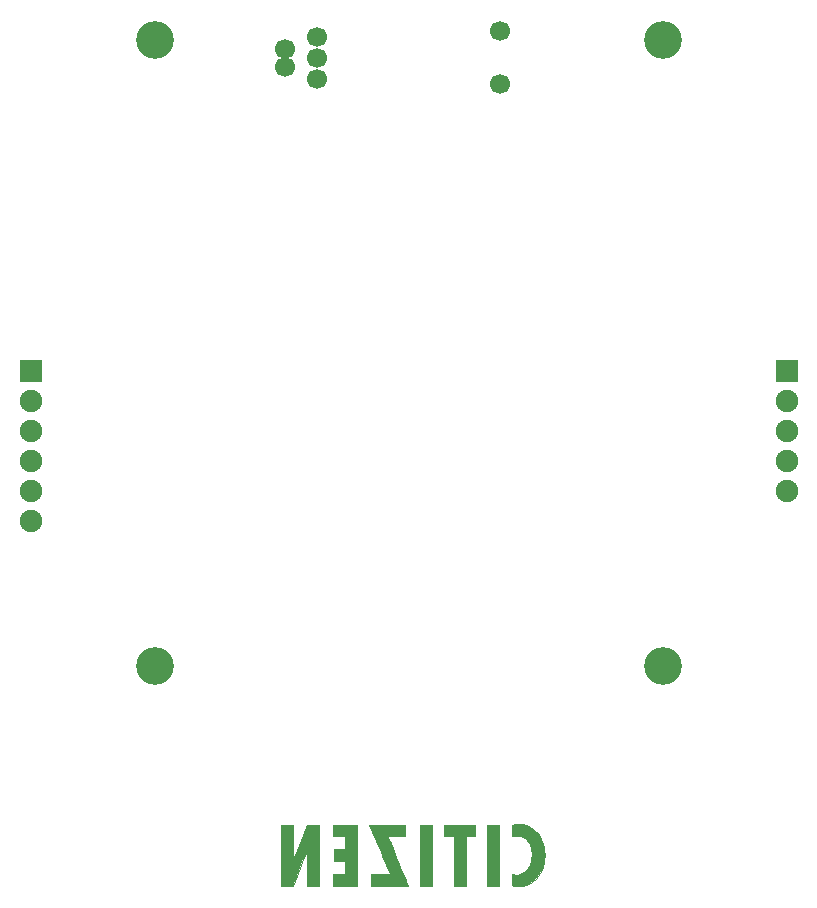
<source format=gbs>
G04 #@! TF.GenerationSoftware,KiCad,Pcbnew,(2017-07-14 revision d3b382c28)-master*
G04 #@! TF.CreationDate,2017-08-01T03:09:18-04:00*
G04 #@! TF.ProjectId,MAGLabs-2017-Swadges,4D41474C6162732D323031372D537761,rev?*
G04 #@! TF.SameCoordinates,Original
G04 #@! TF.FileFunction,Soldermask,Bot*
G04 #@! TF.FilePolarity,Negative*
%FSLAX46Y46*%
G04 Gerber Fmt 4.6, Leading zero omitted, Abs format (unit mm)*
G04 Created by KiCad (PCBNEW (2017-07-14 revision d3b382c28)-master) date Tue Aug  1 03:09:18 2017*
%MOMM*%
%LPD*%
G01*
G04 APERTURE LIST*
%ADD10C,0.010000*%
%ADD11C,1.700000*%
%ADD12O,1.900000X1.900000*%
%ADD13R,1.900000X1.900000*%
%ADD14C,3.200000*%
G04 APERTURE END LIST*
D10*
G36*
X127910258Y-116422568D02*
X127419349Y-116428250D01*
X126794725Y-117956787D01*
X126696216Y-118197551D01*
X126602309Y-118426477D01*
X126514231Y-118640610D01*
X126433209Y-118836998D01*
X126360470Y-119012685D01*
X126297238Y-119164717D01*
X126244742Y-119290142D01*
X126204206Y-119386003D01*
X126176859Y-119449349D01*
X126163925Y-119477223D01*
X126163069Y-119478291D01*
X126163109Y-119455518D01*
X126170341Y-119403510D01*
X126180660Y-119346754D01*
X126186654Y-119295405D01*
X126192132Y-119204373D01*
X126197100Y-119073277D01*
X126201569Y-118901736D01*
X126205545Y-118689369D01*
X126209037Y-118435796D01*
X126212055Y-118140636D01*
X126214498Y-117819958D01*
X126223712Y-116417667D01*
X125205000Y-116417667D01*
X125205000Y-121603500D01*
X125686541Y-121603069D01*
X126168083Y-121602638D01*
X126792382Y-120055954D01*
X126890504Y-119813120D01*
X126984168Y-119581825D01*
X127072156Y-119365048D01*
X127153249Y-119165769D01*
X127226226Y-118986968D01*
X127289869Y-118831626D01*
X127342959Y-118702722D01*
X127384277Y-118603237D01*
X127412603Y-118536151D01*
X127426718Y-118504443D01*
X127428011Y-118502267D01*
X127430376Y-118519271D01*
X127428760Y-118570755D01*
X127423582Y-118649097D01*
X127415260Y-118746674D01*
X127413670Y-118763507D01*
X127407180Y-118856600D01*
X127401532Y-118990760D01*
X127396750Y-119164731D01*
X127392854Y-119377255D01*
X127389867Y-119627074D01*
X127387810Y-119912930D01*
X127386705Y-120233567D01*
X127386582Y-120317625D01*
X127385166Y-121603500D01*
X128401166Y-121603500D01*
X128401166Y-116416886D01*
X127910258Y-116422568D01*
X127910258Y-116422568D01*
G37*
X127910258Y-116422568D02*
X127419349Y-116428250D01*
X126794725Y-117956787D01*
X126696216Y-118197551D01*
X126602309Y-118426477D01*
X126514231Y-118640610D01*
X126433209Y-118836998D01*
X126360470Y-119012685D01*
X126297238Y-119164717D01*
X126244742Y-119290142D01*
X126204206Y-119386003D01*
X126176859Y-119449349D01*
X126163925Y-119477223D01*
X126163069Y-119478291D01*
X126163109Y-119455518D01*
X126170341Y-119403510D01*
X126180660Y-119346754D01*
X126186654Y-119295405D01*
X126192132Y-119204373D01*
X126197100Y-119073277D01*
X126201569Y-118901736D01*
X126205545Y-118689369D01*
X126209037Y-118435796D01*
X126212055Y-118140636D01*
X126214498Y-117819958D01*
X126223712Y-116417667D01*
X125205000Y-116417667D01*
X125205000Y-121603500D01*
X125686541Y-121603069D01*
X126168083Y-121602638D01*
X126792382Y-120055954D01*
X126890504Y-119813120D01*
X126984168Y-119581825D01*
X127072156Y-119365048D01*
X127153249Y-119165769D01*
X127226226Y-118986968D01*
X127289869Y-118831626D01*
X127342959Y-118702722D01*
X127384277Y-118603237D01*
X127412603Y-118536151D01*
X127426718Y-118504443D01*
X127428011Y-118502267D01*
X127430376Y-118519271D01*
X127428760Y-118570755D01*
X127423582Y-118649097D01*
X127415260Y-118746674D01*
X127413670Y-118763507D01*
X127407180Y-118856600D01*
X127401532Y-118990760D01*
X127396750Y-119164731D01*
X127392854Y-119377255D01*
X127389867Y-119627074D01*
X127387810Y-119912930D01*
X127386705Y-120233567D01*
X127386582Y-120317625D01*
X127385166Y-121603500D01*
X128401166Y-121603500D01*
X128401166Y-116416886D01*
X127910258Y-116422568D01*
G36*
X129586500Y-117370167D02*
X130623666Y-117370167D01*
X130623666Y-118513167D01*
X129713500Y-118513167D01*
X129713500Y-119465667D01*
X130623666Y-119465667D01*
X130623666Y-120629833D01*
X129586500Y-120629833D01*
X129586500Y-121603500D01*
X131639666Y-121603500D01*
X131639666Y-116417667D01*
X129586500Y-116417667D01*
X129586500Y-117370167D01*
X129586500Y-117370167D01*
G37*
X129586500Y-117370167D02*
X130623666Y-117370167D01*
X130623666Y-118513167D01*
X129713500Y-118513167D01*
X129713500Y-119465667D01*
X130623666Y-119465667D01*
X130623666Y-120629833D01*
X129586500Y-120629833D01*
X129586500Y-121603500D01*
X131639666Y-121603500D01*
X131639666Y-116417667D01*
X129586500Y-116417667D01*
X129586500Y-117370167D01*
G36*
X132879888Y-116941541D02*
X132923920Y-117046323D01*
X132982530Y-117185787D01*
X133053892Y-117355591D01*
X133136180Y-117551391D01*
X133227568Y-117768843D01*
X133326232Y-118003604D01*
X133430345Y-118251330D01*
X133538083Y-118507678D01*
X133647619Y-118768304D01*
X133757129Y-119028865D01*
X133762790Y-119042333D01*
X134425549Y-120619250D01*
X132803833Y-120630330D01*
X132803833Y-121603500D01*
X134359583Y-121603500D01*
X134695241Y-121603232D01*
X134989056Y-121602423D01*
X135241515Y-121601066D01*
X135453105Y-121599154D01*
X135624313Y-121596681D01*
X135755626Y-121593640D01*
X135847531Y-121590023D01*
X135900516Y-121585825D01*
X135915333Y-121581636D01*
X135907483Y-121559458D01*
X135884629Y-121500693D01*
X135847817Y-121407926D01*
X135798093Y-121283745D01*
X135736504Y-121130734D01*
X135664095Y-120951479D01*
X135581912Y-120748568D01*
X135491002Y-120524584D01*
X135392409Y-120282116D01*
X135287180Y-120023747D01*
X135176361Y-119752065D01*
X135068666Y-119488413D01*
X134953561Y-119206591D01*
X134843069Y-118935640D01*
X134738236Y-118678149D01*
X134640108Y-118436705D01*
X134549733Y-118213897D01*
X134468155Y-118012313D01*
X134396422Y-117834543D01*
X134335579Y-117683174D01*
X134286673Y-117560795D01*
X134250749Y-117469994D01*
X134228855Y-117413360D01*
X134222000Y-117393610D01*
X134236671Y-117386768D01*
X134282048Y-117381200D01*
X134360176Y-117376842D01*
X134473102Y-117373629D01*
X134622870Y-117371496D01*
X134811528Y-117370379D01*
X134962833Y-117370167D01*
X135703666Y-117370167D01*
X135703666Y-116417667D01*
X134181705Y-116417666D01*
X132659744Y-116417666D01*
X132879888Y-116941541D01*
X132879888Y-116941541D01*
G37*
X132879888Y-116941541D02*
X132923920Y-117046323D01*
X132982530Y-117185787D01*
X133053892Y-117355591D01*
X133136180Y-117551391D01*
X133227568Y-117768843D01*
X133326232Y-118003604D01*
X133430345Y-118251330D01*
X133538083Y-118507678D01*
X133647619Y-118768304D01*
X133757129Y-119028865D01*
X133762790Y-119042333D01*
X134425549Y-120619250D01*
X132803833Y-120630330D01*
X132803833Y-121603500D01*
X134359583Y-121603500D01*
X134695241Y-121603232D01*
X134989056Y-121602423D01*
X135241515Y-121601066D01*
X135453105Y-121599154D01*
X135624313Y-121596681D01*
X135755626Y-121593640D01*
X135847531Y-121590023D01*
X135900516Y-121585825D01*
X135915333Y-121581636D01*
X135907483Y-121559458D01*
X135884629Y-121500693D01*
X135847817Y-121407926D01*
X135798093Y-121283745D01*
X135736504Y-121130734D01*
X135664095Y-120951479D01*
X135581912Y-120748568D01*
X135491002Y-120524584D01*
X135392409Y-120282116D01*
X135287180Y-120023747D01*
X135176361Y-119752065D01*
X135068666Y-119488413D01*
X134953561Y-119206591D01*
X134843069Y-118935640D01*
X134738236Y-118678149D01*
X134640108Y-118436705D01*
X134549733Y-118213897D01*
X134468155Y-118012313D01*
X134396422Y-117834543D01*
X134335579Y-117683174D01*
X134286673Y-117560795D01*
X134250749Y-117469994D01*
X134228855Y-117413360D01*
X134222000Y-117393610D01*
X134236671Y-117386768D01*
X134282048Y-117381200D01*
X134360176Y-117376842D01*
X134473102Y-117373629D01*
X134622870Y-117371496D01*
X134811528Y-117370379D01*
X134962833Y-117370167D01*
X135703666Y-117370167D01*
X135703666Y-116417667D01*
X134181705Y-116417666D01*
X132659744Y-116417666D01*
X132879888Y-116941541D01*
G36*
X136952500Y-121603500D02*
X137989666Y-121603500D01*
X137989666Y-116417667D01*
X136952500Y-116417667D01*
X136952500Y-121603500D01*
X136952500Y-121603500D01*
G37*
X136952500Y-121603500D02*
X137989666Y-121603500D01*
X137989666Y-116417667D01*
X136952500Y-116417667D01*
X136952500Y-121603500D01*
G36*
X139005666Y-117369232D02*
X139799416Y-117380750D01*
X139810204Y-121603500D01*
X140825795Y-121603500D01*
X140836583Y-117380750D01*
X141630333Y-117369232D01*
X141630333Y-116417667D01*
X139005666Y-116417667D01*
X139005666Y-117369232D01*
X139005666Y-117369232D01*
G37*
X139005666Y-117369232D02*
X139799416Y-117380750D01*
X139810204Y-121603500D01*
X140825795Y-121603500D01*
X140836583Y-117380750D01*
X141630333Y-117369232D01*
X141630333Y-116417667D01*
X139005666Y-116417667D01*
X139005666Y-117369232D01*
G36*
X142646333Y-121603500D02*
X143683500Y-121603500D01*
X143683500Y-116417667D01*
X142646333Y-116417667D01*
X142646333Y-121603500D01*
X142646333Y-121603500D01*
G37*
X142646333Y-121603500D02*
X143683500Y-121603500D01*
X143683500Y-116417667D01*
X142646333Y-116417667D01*
X142646333Y-121603500D01*
G36*
X145136080Y-116363884D02*
X144883926Y-116406679D01*
X144831791Y-116420028D01*
X144741833Y-116444335D01*
X144741833Y-116917834D01*
X144742509Y-117054261D01*
X144744403Y-117175256D01*
X144747315Y-117274835D01*
X144751043Y-117347016D01*
X144755387Y-117385815D01*
X144757708Y-117390828D01*
X144786689Y-117385801D01*
X144839575Y-117373877D01*
X144858250Y-117369327D01*
X144950295Y-117355117D01*
X145068533Y-117348912D01*
X145197644Y-117350420D01*
X145322309Y-117359347D01*
X145427208Y-117375399D01*
X145449192Y-117380660D01*
X145645426Y-117454092D01*
X145826255Y-117564833D01*
X145988180Y-117709566D01*
X146127704Y-117884973D01*
X146241328Y-118087740D01*
X146273230Y-118161803D01*
X146301901Y-118244258D01*
X146332961Y-118350883D01*
X146361485Y-118464152D01*
X146373064Y-118516873D01*
X146392465Y-118619227D01*
X146404606Y-118709744D01*
X146410411Y-118802317D01*
X146410808Y-118910837D01*
X146407373Y-119031750D01*
X146381603Y-119326628D01*
X146326154Y-119594518D01*
X146239717Y-119839852D01*
X146120987Y-120067060D01*
X146085879Y-120121890D01*
X145949463Y-120294954D01*
X145792784Y-120437331D01*
X145620338Y-120546913D01*
X145436618Y-120621593D01*
X145246120Y-120659262D01*
X145053338Y-120657813D01*
X144971033Y-120644674D01*
X144890042Y-120626960D01*
X144821931Y-120610397D01*
X144780420Y-120598339D01*
X144778479Y-120597598D01*
X144766614Y-120595081D01*
X144757657Y-120601481D01*
X144751287Y-120621654D01*
X144747182Y-120660458D01*
X144745020Y-120722751D01*
X144744481Y-120813391D01*
X144745242Y-120937235D01*
X144746729Y-121077208D01*
X144752416Y-121571750D01*
X144890000Y-121607347D01*
X145008028Y-121628353D01*
X145153705Y-121639727D01*
X145313431Y-121641371D01*
X145473608Y-121633187D01*
X145620639Y-121615076D01*
X145634026Y-121612727D01*
X145910847Y-121541494D01*
X146178024Y-121430859D01*
X146429557Y-121283596D01*
X146567563Y-121181162D01*
X146778977Y-120983947D01*
X146965740Y-120755878D01*
X147126782Y-120501262D01*
X147261030Y-120224406D01*
X147367412Y-119929616D01*
X147444857Y-119621199D01*
X147492293Y-119303460D01*
X147508647Y-118980707D01*
X147492849Y-118657245D01*
X147443825Y-118337381D01*
X147360505Y-118025422D01*
X147356236Y-118012547D01*
X147234554Y-117704056D01*
X147085553Y-117422560D01*
X146911035Y-117169998D01*
X146712801Y-116948313D01*
X146492654Y-116759444D01*
X146252392Y-116605332D01*
X145993819Y-116487919D01*
X145916583Y-116461305D01*
X145646287Y-116390964D01*
X145388160Y-116358567D01*
X145136080Y-116363884D01*
X145136080Y-116363884D01*
G37*
X145136080Y-116363884D02*
X144883926Y-116406679D01*
X144831791Y-116420028D01*
X144741833Y-116444335D01*
X144741833Y-116917834D01*
X144742509Y-117054261D01*
X144744403Y-117175256D01*
X144747315Y-117274835D01*
X144751043Y-117347016D01*
X144755387Y-117385815D01*
X144757708Y-117390828D01*
X144786689Y-117385801D01*
X144839575Y-117373877D01*
X144858250Y-117369327D01*
X144950295Y-117355117D01*
X145068533Y-117348912D01*
X145197644Y-117350420D01*
X145322309Y-117359347D01*
X145427208Y-117375399D01*
X145449192Y-117380660D01*
X145645426Y-117454092D01*
X145826255Y-117564833D01*
X145988180Y-117709566D01*
X146127704Y-117884973D01*
X146241328Y-118087740D01*
X146273230Y-118161803D01*
X146301901Y-118244258D01*
X146332961Y-118350883D01*
X146361485Y-118464152D01*
X146373064Y-118516873D01*
X146392465Y-118619227D01*
X146404606Y-118709744D01*
X146410411Y-118802317D01*
X146410808Y-118910837D01*
X146407373Y-119031750D01*
X146381603Y-119326628D01*
X146326154Y-119594518D01*
X146239717Y-119839852D01*
X146120987Y-120067060D01*
X146085879Y-120121890D01*
X145949463Y-120294954D01*
X145792784Y-120437331D01*
X145620338Y-120546913D01*
X145436618Y-120621593D01*
X145246120Y-120659262D01*
X145053338Y-120657813D01*
X144971033Y-120644674D01*
X144890042Y-120626960D01*
X144821931Y-120610397D01*
X144780420Y-120598339D01*
X144778479Y-120597598D01*
X144766614Y-120595081D01*
X144757657Y-120601481D01*
X144751287Y-120621654D01*
X144747182Y-120660458D01*
X144745020Y-120722751D01*
X144744481Y-120813391D01*
X144745242Y-120937235D01*
X144746729Y-121077208D01*
X144752416Y-121571750D01*
X144890000Y-121607347D01*
X145008028Y-121628353D01*
X145153705Y-121639727D01*
X145313431Y-121641371D01*
X145473608Y-121633187D01*
X145620639Y-121615076D01*
X145634026Y-121612727D01*
X145910847Y-121541494D01*
X146178024Y-121430859D01*
X146429557Y-121283596D01*
X146567563Y-121181162D01*
X146778977Y-120983947D01*
X146965740Y-120755878D01*
X147126782Y-120501262D01*
X147261030Y-120224406D01*
X147367412Y-119929616D01*
X147444857Y-119621199D01*
X147492293Y-119303460D01*
X147508647Y-118980707D01*
X147492849Y-118657245D01*
X147443825Y-118337381D01*
X147360505Y-118025422D01*
X147356236Y-118012547D01*
X147234554Y-117704056D01*
X147085553Y-117422560D01*
X146911035Y-117169998D01*
X146712801Y-116948313D01*
X146492654Y-116759444D01*
X146252392Y-116605332D01*
X145993819Y-116487919D01*
X145916583Y-116461305D01*
X145646287Y-116390964D01*
X145388160Y-116358567D01*
X145136080Y-116363884D01*
D11*
X125500000Y-50750000D03*
X125500000Y-52250000D03*
X143750000Y-53750000D03*
X143750000Y-49250000D03*
X128250000Y-49750000D03*
X128250000Y-51500000D03*
X128250000Y-53250000D03*
D12*
X104000000Y-90700000D03*
X104000000Y-88160000D03*
X104000000Y-85620000D03*
X104000000Y-83080000D03*
X104000000Y-80540000D03*
D13*
X104000000Y-78000000D03*
D12*
X168000000Y-88160000D03*
X168000000Y-85620000D03*
X168000000Y-83080000D03*
X168000000Y-80540000D03*
D13*
X168000000Y-78000000D03*
D14*
X157500000Y-50000000D03*
X157500000Y-103000000D03*
X114500000Y-50000000D03*
X114500000Y-103000000D03*
M02*

</source>
